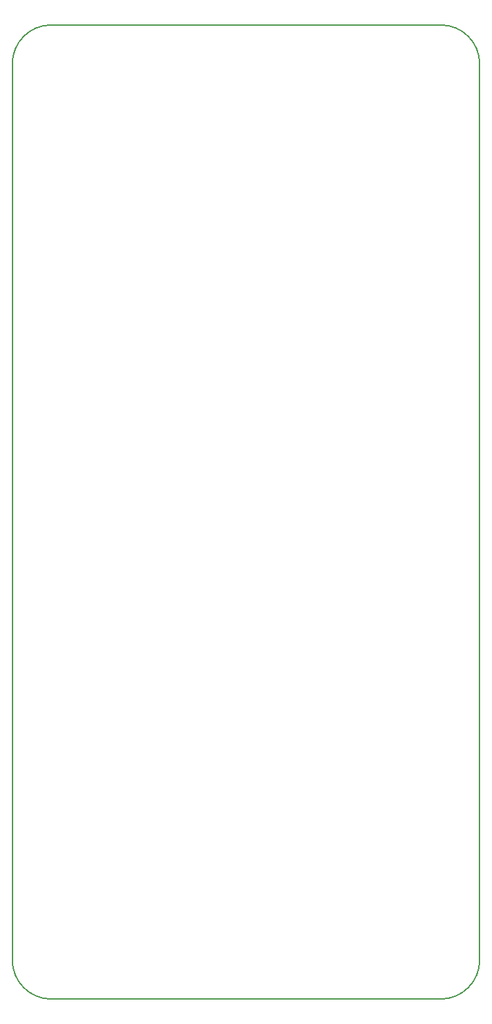
<source format=gbr>
G04 #@! TF.GenerationSoftware,KiCad,Pcbnew,(5.1.4)-1*
G04 #@! TF.CreationDate,2019-10-23T11:26:40-04:00*
G04 #@! TF.ProjectId,MerlinGame,4d65726c-696e-4476-916d-652e6b696361,A*
G04 #@! TF.SameCoordinates,Original*
G04 #@! TF.FileFunction,Profile,NP*
%FSLAX46Y46*%
G04 Gerber Fmt 4.6, Leading zero omitted, Abs format (unit mm)*
G04 Created by KiCad (PCBNEW (5.1.4)-1) date 2019-10-23 11:26:40*
%MOMM*%
%LPD*%
G04 APERTURE LIST*
%ADD10C,0.150000*%
G04 APERTURE END LIST*
D10*
X50000000Y-45000000D02*
G75*
G02X55000000Y-40000000I5000000J0D01*
G01*
X105000000Y-40000000D02*
G75*
G02X110000000Y-45000000I0J-5000000D01*
G01*
X110000000Y-160000000D02*
G75*
G02X105000000Y-165000000I-5000000J0D01*
G01*
X55000000Y-165000000D02*
G75*
G02X50000000Y-160000000I0J5000000D01*
G01*
X50000000Y-160000000D02*
X50000000Y-45000000D01*
X105000000Y-165000000D02*
X55000000Y-165000000D01*
X110000000Y-45000000D02*
X110000000Y-160000000D01*
X55000000Y-40000000D02*
X105000000Y-40000000D01*
M02*

</source>
